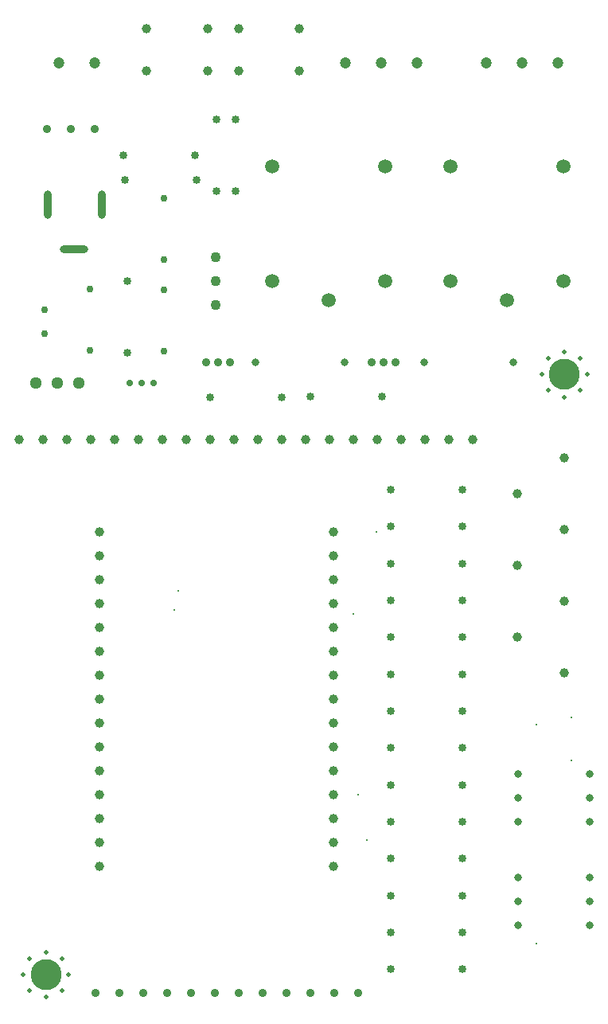
<source format=gbr>
%TF.GenerationSoftware,Altium Limited,Altium Designer,21.3.2 (30)*%
G04 Layer_Color=0*
%FSLAX26Y26*%
%MOIN*%
%TF.SameCoordinates,1719BFE3-EC80-49D5-815D-C9D469E1D468*%
%TF.FilePolarity,Positive*%
%TF.FileFunction,Plated,1,2,PTH,Drill*%
%TF.Part,Single*%
G01*
G75*
%TA.AperFunction,ComponentDrill*%
%ADD81C,0.047244*%
%ADD82C,0.035433*%
%TA.AperFunction,OtherDrill,Pad Free-19 (2362.205mil,2771.654mil)*%
%ADD83C,0.019685*%
%TA.AperFunction,OtherDrill,Pad Free-19 (2267.716mil,2677.165mil)*%
%ADD84C,0.019685*%
%TA.AperFunction,OtherDrill,Pad Free-19 (2295.392mil,2743.979mil)*%
%ADD85C,0.019685*%
%TA.AperFunction,OtherDrill,Pad Free-19 (2295.392mil,2610.352mil)*%
%ADD86C,0.019685*%
%TA.AperFunction,OtherDrill,Pad Free-19 (2429.018mil,2743.979mil)*%
%ADD87C,0.019685*%
%TA.AperFunction,OtherDrill,Pad Free-19 (2362.205mil,2677.165mil)*%
%ADD88C,0.129921*%
%TA.AperFunction,OtherDrill,Pad Free-19 (2429.018mil,2610.352mil)*%
%ADD89C,0.019685*%
%TA.AperFunction,OtherDrill,Pad Free-19 (2362.205mil,2582.677mil)*%
%ADD90C,0.019685*%
%TA.AperFunction,OtherDrill,Pad Free-19 (2456.693mil,2677.165mil)*%
%ADD91C,0.019685*%
%TA.AperFunction,ComponentDrill*%
%ADD92C,0.050394*%
%ADD93C,0.039370*%
%ADD94C,0.019685*%
%ADD95C,0.129921*%
%ADD96C,0.019685*%
%ADD97C,0.033465*%
%ADD98C,0.027559*%
%ADD99C,0.031496*%
%ADD100C,0.029528*%
%ADD101C,0.035433*%
%ADD102C,0.035433*%
%ADD103C,0.059055*%
%ADD104O,0.031496X0.118110*%
%ADD105O,0.118110X0.031496*%
%ADD106C,0.033465*%
%ADD107C,0.030000*%
%ADD108C,0.038976*%
%ADD109C,0.043307*%
%ADD110C,0.039370*%
%TA.AperFunction,ViaDrill,NotFilled*%
%ADD111C,0.011811*%
D81*
X1444488Y3980315D02*
D03*
X1594488D02*
D03*
X1744488D02*
D03*
X2335039D02*
D03*
X2185039D02*
D03*
X2035039D02*
D03*
X393701Y3980315D02*
D03*
X243701D02*
D03*
D82*
X1496063Y86614D02*
D03*
X1396063D02*
D03*
X1296063D02*
D03*
X1196063D02*
D03*
X1096063D02*
D03*
X996063D02*
D03*
X896063D02*
D03*
X796063D02*
D03*
X696063D02*
D03*
X596063D02*
D03*
X496063D02*
D03*
X396063D02*
D03*
X393701Y3704724D02*
D03*
X293701D02*
D03*
X193701D02*
D03*
D83*
X2362205Y2771654D02*
D03*
D84*
X2267716Y2677165D02*
D03*
D85*
X2295392Y2743979D02*
D03*
D86*
Y2610352D02*
D03*
D87*
X2429018Y2743979D02*
D03*
D88*
X2362205Y2677165D02*
D03*
D89*
X2429018Y2610352D02*
D03*
D90*
X2362205Y2582677D02*
D03*
D91*
X2456693Y2677165D02*
D03*
D92*
X327953Y2641732D02*
D03*
X237795D02*
D03*
X147638D02*
D03*
D93*
X414370Y616732D02*
D03*
Y1616732D02*
D03*
Y1116732D02*
D03*
Y1716732D02*
D03*
Y2016732D02*
D03*
Y1916732D02*
D03*
Y1216732D02*
D03*
Y716732D02*
D03*
Y1016732D02*
D03*
Y1816732D02*
D03*
Y816732D02*
D03*
Y916732D02*
D03*
Y1316732D02*
D03*
Y1416732D02*
D03*
Y1516732D02*
D03*
X1394685Y616732D02*
D03*
Y1616732D02*
D03*
Y1116732D02*
D03*
Y1716732D02*
D03*
Y2016732D02*
D03*
Y1916732D02*
D03*
Y1216732D02*
D03*
Y716732D02*
D03*
Y1016732D02*
D03*
Y1816732D02*
D03*
Y816732D02*
D03*
Y916732D02*
D03*
Y1316732D02*
D03*
Y1416732D02*
D03*
Y1516732D02*
D03*
X1577953Y2405512D02*
D03*
X1477953D02*
D03*
X1877953D02*
D03*
X1977953D02*
D03*
X1777953D02*
D03*
X1677953D02*
D03*
X177953D02*
D03*
X1377953D02*
D03*
X1277953D02*
D03*
X377953D02*
D03*
X477953D02*
D03*
X777953D02*
D03*
X77953D02*
D03*
X277953D02*
D03*
X677953D02*
D03*
X877953D02*
D03*
X1177953D02*
D03*
X1077953D02*
D03*
X977953D02*
D03*
X577953D02*
D03*
D94*
X283858Y164567D02*
D03*
X189370Y70079D02*
D03*
X256183Y97754D02*
D03*
Y231380D02*
D03*
X122557Y97754D02*
D03*
X94882Y164567D02*
D03*
X189370Y259055D02*
D03*
D95*
Y164567D02*
D03*
D96*
X122557Y231380D02*
D03*
D97*
X1298819Y2584646D02*
D03*
X1598819D02*
D03*
X1177559Y2582677D02*
D03*
X877559D02*
D03*
X815354Y3594488D02*
D03*
X515354D02*
D03*
X519291Y3492126D02*
D03*
X819291D02*
D03*
X1933465Y187190D02*
D03*
X1633465D02*
D03*
X1933465Y341642D02*
D03*
X1633465D02*
D03*
Y496094D02*
D03*
X1933465D02*
D03*
Y650545D02*
D03*
X1633465D02*
D03*
Y804997D02*
D03*
X1933465D02*
D03*
X1633465Y959449D02*
D03*
X1933465D02*
D03*
Y1113901D02*
D03*
X1633465D02*
D03*
X1933465Y1268352D02*
D03*
X1633465D02*
D03*
X1933465Y1422804D02*
D03*
X1633465D02*
D03*
Y1577256D02*
D03*
X1933465D02*
D03*
X1633465Y1731708D02*
D03*
X1933465D02*
D03*
X1633465Y1886160D02*
D03*
X1933465D02*
D03*
X1633465Y2040611D02*
D03*
X1933465D02*
D03*
X1633465Y2195063D02*
D03*
X1933465D02*
D03*
D98*
X640551Y2641732D02*
D03*
X590551D02*
D03*
X540551D02*
D03*
D99*
X2147638Y2728347D02*
D03*
X1773622D02*
D03*
X1440945Y2728347D02*
D03*
X1066929D02*
D03*
X2167913Y1005512D02*
D03*
Y905512D02*
D03*
Y805512D02*
D03*
X2467913D02*
D03*
Y905512D02*
D03*
Y1005512D02*
D03*
X2167913Y572441D02*
D03*
Y472441D02*
D03*
Y372441D02*
D03*
X2467913D02*
D03*
Y472441D02*
D03*
Y572441D02*
D03*
D100*
X185433Y2847638D02*
D03*
Y2947638D02*
D03*
D101*
X1653543Y2728347D02*
D03*
X1553543D02*
D03*
X959449D02*
D03*
X859449D02*
D03*
D102*
X1603543D02*
D03*
X909449D02*
D03*
D103*
X1137795Y3066929D02*
D03*
Y3547244D02*
D03*
X1610236D02*
D03*
Y3066929D02*
D03*
X1374016Y2988189D02*
D03*
X1885827Y3066929D02*
D03*
Y3547244D02*
D03*
X2358268D02*
D03*
Y3066929D02*
D03*
X2122047Y2988189D02*
D03*
D104*
X425197Y3389764D02*
D03*
X196850D02*
D03*
D105*
X307087Y3200787D02*
D03*
D106*
X530512Y3067323D02*
D03*
Y2767323D02*
D03*
X984252Y3744488D02*
D03*
Y3444488D02*
D03*
X905512Y3744488D02*
D03*
Y3444488D02*
D03*
D107*
X685039Y3157480D02*
D03*
Y3413386D02*
D03*
X374016Y3035433D02*
D03*
Y2779528D02*
D03*
X685039Y3031496D02*
D03*
Y2775590D02*
D03*
D108*
X610236Y3946850D02*
D03*
Y4124016D02*
D03*
X866142D02*
D03*
Y3946850D02*
D03*
X996063D02*
D03*
Y4124016D02*
D03*
X1251968D02*
D03*
Y3946850D02*
D03*
D109*
X901575Y3166929D02*
D03*
Y3066929D02*
D03*
Y2966929D02*
D03*
D110*
X2362205Y1426772D02*
D03*
X2165354Y1576772D02*
D03*
X2362205Y1726772D02*
D03*
X2165354Y1876772D02*
D03*
X2362205Y2026772D02*
D03*
X2165354Y2176772D02*
D03*
X2362205Y2326772D02*
D03*
D111*
X1574803Y2016732D02*
D03*
X728346Y1692913D02*
D03*
X1476378Y1673228D02*
D03*
X745427Y1771653D02*
D03*
X1496063Y916732D02*
D03*
X1535433Y728346D02*
D03*
X2244095Y295276D02*
D03*
X2389528Y1062992D02*
D03*
Y1240158D02*
D03*
X2244771Y1211055D02*
D03*
%TF.MD5,74cf92341f7f441f45e76fd888329e0e*%
M02*

</source>
